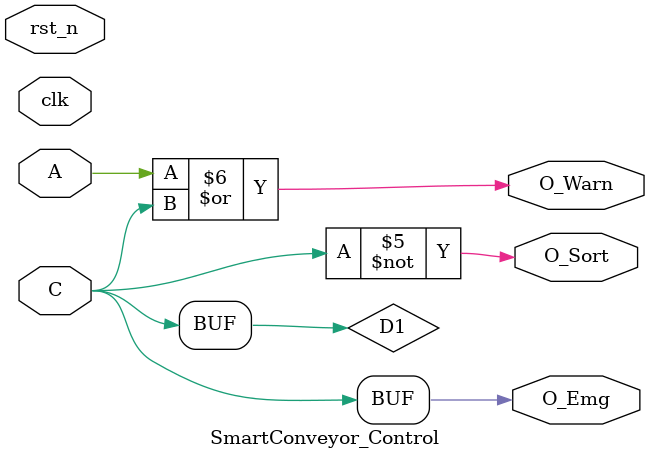
<source format=v>
module SmartConveyor_Control (
    input wire clk,        // Clock signal
    input wire rst_n,      // Active-low reset
    input wire A,          // Input Warning (Risiko Apapun)
    input wire C,          // Input Critical (Risiko Kritis Total)
    output wire O_Sort,    // Aktuator: Motor & Piston
    output wire O_Warn,    // Aktuator: LED & Kipas
    output wire O_Emg      // Aktuator: Buzzer & Brake
);
    // State registers (Q1 and Q0)
    reg Q1, Q0;
    wire D1, D0;  // Next state signals

    // Next state logic
    assign D1 = C;          // D1 = C (Critical state)
    assign D0 = A & (~C);   // D0 = A AND (~C) (Warning state)

    // State update logic (D Flip-Flops)
    always @(posedge clk or negedge rst_n) begin
        if (!rst_n) begin
            Q1 <= 1'b0; // Reset to State S0 (00)
            Q0 <= 1'b0;
        end else begin
            Q1 <= D1; // Update to the next state
            Q0 <= D0;
        end
    end

    // Actuator control logic (Output path)
    assign O_Sort = ~C;   // Motor & Piston ON if NOT Critical
    assign O_Warn = A | C; // LED & Cooling Fan ON if Warning or Critical
    assign O_Emg = C;     // Buzzer & Brake ON if Critical

endmodule

</source>
